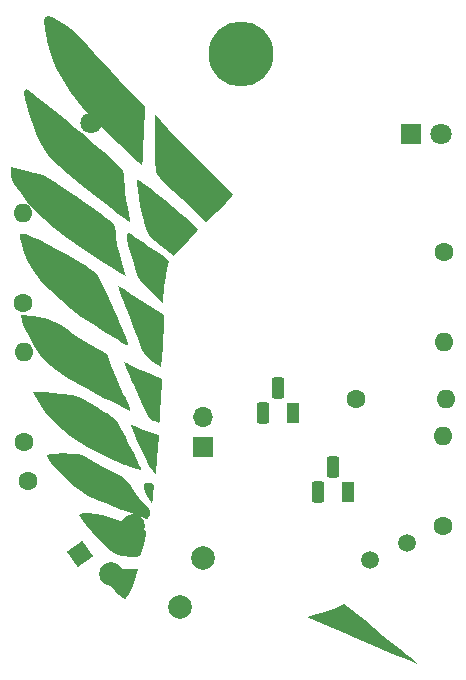
<source format=gtl>
G04 #@! TF.GenerationSoftware,KiCad,Pcbnew,8.0.5*
G04 #@! TF.CreationDate,2025-05-26T16:56:42+05:00*
G04 #@! TF.ProjectId,Wings_Of_Freedom,57696e67-735f-44f6-965f-46726565646f,rev?*
G04 #@! TF.SameCoordinates,Original*
G04 #@! TF.FileFunction,Copper,L1,Top*
G04 #@! TF.FilePolarity,Positive*
%FSLAX46Y46*%
G04 Gerber Fmt 4.6, Leading zero omitted, Abs format (unit mm)*
G04 Created by KiCad (PCBNEW 8.0.5) date 2025-05-26 16:56:42*
%MOMM*%
%LPD*%
G01*
G04 APERTURE LIST*
G04 Aperture macros list*
%AMRoundRect*
0 Rectangle with rounded corners*
0 $1 Rounding radius*
0 $2 $3 $4 $5 $6 $7 $8 $9 X,Y pos of 4 corners*
0 Add a 4 corners polygon primitive as box body*
4,1,4,$2,$3,$4,$5,$6,$7,$8,$9,$2,$3,0*
0 Add four circle primitives for the rounded corners*
1,1,$1+$1,$2,$3*
1,1,$1+$1,$4,$5*
1,1,$1+$1,$6,$7*
1,1,$1+$1,$8,$9*
0 Add four rect primitives between the rounded corners*
20,1,$1+$1,$2,$3,$4,$5,0*
20,1,$1+$1,$4,$5,$6,$7,0*
20,1,$1+$1,$6,$7,$8,$9,0*
20,1,$1+$1,$8,$9,$2,$3,0*%
%AMHorizOval*
0 Thick line with rounded ends*
0 $1 width*
0 $2 $3 position (X,Y) of the first rounded end (center of the circle)*
0 $4 $5 position (X,Y) of the second rounded end (center of the circle)*
0 Add line between two ends*
20,1,$1,$2,$3,$4,$5,0*
0 Add two circle primitives to create the rounded ends*
1,1,$1,$2,$3*
1,1,$1,$4,$5*%
%AMRotRect*
0 Rectangle, with rotation*
0 The origin of the aperture is its center*
0 $1 length*
0 $2 width*
0 $3 Rotation angle, in degrees counterclockwise*
0 Add horizontal line*
21,1,$1,$2,0,0,$3*%
G04 Aperture macros list end*
G04 #@! TA.AperFunction,EtchedComponent*
%ADD10C,0.000000*%
G04 #@! TD*
G04 #@! TA.AperFunction,ComponentPad*
%ADD11C,1.600000*%
G04 #@! TD*
G04 #@! TA.AperFunction,ComponentPad*
%ADD12O,1.600000X1.600000*%
G04 #@! TD*
G04 #@! TA.AperFunction,ComponentPad*
%ADD13R,1.700000X1.700000*%
G04 #@! TD*
G04 #@! TA.AperFunction,ComponentPad*
%ADD14O,1.700000X1.700000*%
G04 #@! TD*
G04 #@! TA.AperFunction,ComponentPad*
%ADD15R,1.100000X1.800000*%
G04 #@! TD*
G04 #@! TA.AperFunction,ComponentPad*
%ADD16RoundRect,0.275000X0.275000X0.625000X-0.275000X0.625000X-0.275000X-0.625000X0.275000X-0.625000X0*%
G04 #@! TD*
G04 #@! TA.AperFunction,ComponentPad*
%ADD17RotRect,1.600000X1.600000X125.000000*%
G04 #@! TD*
G04 #@! TA.AperFunction,ComponentPad*
%ADD18HorizOval,1.600000X0.000000X0.000000X0.000000X0.000000X0*%
G04 #@! TD*
G04 #@! TA.AperFunction,ComponentPad*
%ADD19R,1.800000X1.800000*%
G04 #@! TD*
G04 #@! TA.AperFunction,ComponentPad*
%ADD20C,1.800000*%
G04 #@! TD*
G04 #@! TA.AperFunction,ComponentPad*
%ADD21RotRect,1.800000X1.800000X40.000000*%
G04 #@! TD*
G04 #@! TA.AperFunction,ComponentPad*
%ADD22C,1.500000*%
G04 #@! TD*
G04 #@! TA.AperFunction,ComponentPad*
%ADD23C,2.000000*%
G04 #@! TD*
G04 #@! TA.AperFunction,ViaPad*
%ADD24C,5.500000*%
G04 #@! TD*
G04 APERTURE END LIST*
D10*
G04 #@! TA.AperFunction,EtchedComponent*
G36*
X194924855Y-93110538D02*
G01*
X195201516Y-93164948D01*
X195330618Y-93279259D01*
X195348746Y-93539763D01*
X195297892Y-93990357D01*
X195229648Y-94460686D01*
X195167376Y-94782792D01*
X195139932Y-94863203D01*
X195050391Y-94771656D01*
X194882691Y-94468346D01*
X194770359Y-94232147D01*
X194529514Y-93646124D01*
X194458557Y-93289111D01*
X194563045Y-93120764D01*
X194848537Y-93100736D01*
X194924855Y-93110538D01*
G37*
G04 #@! TD.AperFunction*
G04 #@! TA.AperFunction,EtchedComponent*
G36*
X193698366Y-101308036D02*
G01*
X193470712Y-102003349D01*
X193229263Y-102539149D01*
X193002653Y-102859266D01*
X192874054Y-102925117D01*
X192679314Y-102836367D01*
X192369752Y-102621439D01*
X192352674Y-102608088D01*
X192049329Y-102291457D01*
X191714361Y-101828963D01*
X191409719Y-101321912D01*
X191197355Y-100871614D01*
X191135519Y-100617668D01*
X191208762Y-100509362D01*
X191460594Y-100442119D01*
X191939166Y-100408528D01*
X192543605Y-100400893D01*
X193951690Y-100400893D01*
X193698366Y-101308036D01*
G37*
G04 #@! TD.AperFunction*
G04 #@! TA.AperFunction,EtchedComponent*
G36*
X193518663Y-88195798D02*
G01*
X193774624Y-88338146D01*
X194228268Y-88537019D01*
X194745373Y-88735988D01*
X195752122Y-89099277D01*
X195652516Y-90277615D01*
X195602990Y-90923411D01*
X195567326Y-91502709D01*
X195552939Y-91894346D01*
X195552910Y-91905441D01*
X195518488Y-92241846D01*
X195409969Y-92322130D01*
X195219473Y-92137208D01*
X194939121Y-91677992D01*
X194561034Y-90935397D01*
X194377201Y-90549600D01*
X193939965Y-89609354D01*
X193633722Y-88924455D01*
X193448621Y-88467896D01*
X193374813Y-88212676D01*
X193402449Y-88131789D01*
X193518663Y-88195798D01*
G37*
G04 #@! TD.AperFunction*
G04 #@! TA.AperFunction,EtchedComponent*
G36*
X192846494Y-82916141D02*
G01*
X193035732Y-82999882D01*
X193445681Y-83185356D01*
X194010323Y-83442600D01*
X194486690Y-83660522D01*
X195998084Y-84353069D01*
X195911961Y-86184745D01*
X195876722Y-86904565D01*
X195845189Y-87494562D01*
X195820898Y-87892037D01*
X195807697Y-88034263D01*
X195664796Y-88002619D01*
X195385596Y-87912757D01*
X195216728Y-87834552D01*
X195054967Y-87698988D01*
X194879145Y-87468902D01*
X194668091Y-87107132D01*
X194400638Y-86576518D01*
X194055617Y-85839897D01*
X193611859Y-84860108D01*
X193482945Y-84572663D01*
X193197626Y-83917350D01*
X192982569Y-83387213D01*
X192858255Y-83035556D01*
X192845162Y-82915684D01*
X192846494Y-82916141D01*
G37*
G04 #@! TD.AperFunction*
G04 #@! TA.AperFunction,EtchedComponent*
G36*
X193213699Y-71932684D02*
G01*
X193439483Y-72076675D01*
X193849505Y-72349827D01*
X194379115Y-72707894D01*
X194963669Y-73106625D01*
X195538517Y-73501772D01*
X196039014Y-73849086D01*
X196400511Y-74104319D01*
X196553551Y-74218698D01*
X196591012Y-74430046D01*
X196507937Y-74669590D01*
X196416403Y-74971616D01*
X196322933Y-75496591D01*
X196242585Y-76152394D01*
X196215055Y-76461372D01*
X196100726Y-77919526D01*
X195054777Y-76886006D01*
X194534357Y-76352454D01*
X194184266Y-75921882D01*
X193938118Y-75488646D01*
X193729524Y-74947103D01*
X193617229Y-74598428D01*
X193360211Y-73711259D01*
X193182112Y-72961687D01*
X193088683Y-72387715D01*
X193085679Y-72027343D01*
X193178851Y-71918575D01*
X193213699Y-71932684D01*
G37*
G04 #@! TD.AperFunction*
G04 #@! TA.AperFunction,EtchedComponent*
G36*
X213172547Y-104765175D02*
G01*
X213937742Y-105394718D01*
X214754541Y-106061565D01*
X215524434Y-106685569D01*
X216141109Y-107180377D01*
X216796878Y-107703150D01*
X217240500Y-108060015D01*
X217507394Y-108280689D01*
X217632981Y-108394888D01*
X217652681Y-108432326D01*
X217631979Y-108431136D01*
X217469487Y-108367346D01*
X217068572Y-108201921D01*
X216481245Y-107956541D01*
X215759513Y-107652887D01*
X215352289Y-107480817D01*
X214374397Y-107065200D01*
X213233073Y-106577248D01*
X212054054Y-106070874D01*
X210963076Y-105599993D01*
X210703625Y-105487543D01*
X208263657Y-104428868D01*
X209125986Y-104237507D01*
X209788689Y-104054144D01*
X210469721Y-103811215D01*
X210727205Y-103700222D01*
X211466097Y-103354297D01*
X213172547Y-104765175D01*
G37*
G04 #@! TD.AperFunction*
G04 #@! TA.AperFunction,EtchedComponent*
G36*
X196534986Y-63130771D02*
G01*
X197523270Y-64169652D01*
X198614765Y-65283655D01*
X199718044Y-66381138D01*
X200741683Y-67370461D01*
X201114090Y-67720714D01*
X201540483Y-68130368D01*
X201857840Y-68459355D01*
X202010341Y-68649105D01*
X202016216Y-68667298D01*
X201959847Y-68805298D01*
X201779228Y-69034285D01*
X201441659Y-69390133D01*
X200914440Y-69908718D01*
X200671878Y-70142194D01*
X199733656Y-71041879D01*
X197682724Y-69121100D01*
X196951842Y-68419366D01*
X196338516Y-67796406D01*
X195875958Y-67288042D01*
X195597381Y-66930095D01*
X195532135Y-66801538D01*
X195494645Y-66502320D01*
X195460796Y-65957583D01*
X195433719Y-65237338D01*
X195416545Y-64411595D01*
X195413812Y-64156237D01*
X195395146Y-61909717D01*
X196534986Y-63130771D01*
G37*
G04 #@! TD.AperFunction*
G04 #@! TA.AperFunction,EtchedComponent*
G36*
X192457381Y-76504995D02*
G01*
X192765760Y-76680099D01*
X193151534Y-76921237D01*
X193523480Y-77171923D01*
X193738625Y-77332332D01*
X193939165Y-77469581D01*
X194335268Y-77723887D01*
X194853080Y-78048076D01*
X195038827Y-78162815D01*
X196181265Y-78866110D01*
X196165493Y-80207104D01*
X196145060Y-80968603D01*
X196105722Y-81738367D01*
X196055482Y-82364448D01*
X196048521Y-82427768D01*
X195947320Y-83307439D01*
X195288787Y-82910036D01*
X194659089Y-82373945D01*
X194360504Y-81872601D01*
X194144675Y-81345763D01*
X193877986Y-80672610D01*
X193581031Y-79907784D01*
X193274405Y-79105927D01*
X192978703Y-78321683D01*
X192714520Y-77609693D01*
X192502452Y-77024600D01*
X192363092Y-76621047D01*
X192317036Y-76453675D01*
X192317615Y-76452412D01*
X192457381Y-76504995D01*
G37*
G04 #@! TD.AperFunction*
G04 #@! TA.AperFunction,EtchedComponent*
G36*
X189808331Y-95667356D02*
G01*
X190400328Y-95740468D01*
X191058908Y-95871650D01*
X191724887Y-96053683D01*
X192318749Y-96270634D01*
X192968062Y-96535183D01*
X193605801Y-96775473D01*
X194090560Y-96938420D01*
X194396718Y-97025339D01*
X194585686Y-97109643D01*
X194667632Y-97253541D01*
X194652726Y-97519243D01*
X194551136Y-97968958D01*
X194373034Y-98664895D01*
X194372883Y-98665489D01*
X194247390Y-99098445D01*
X194092840Y-99311048D01*
X193806982Y-99389866D01*
X193492445Y-99410862D01*
X192607856Y-99303563D01*
X192100424Y-99107324D01*
X191734686Y-98855809D01*
X191238316Y-98418823D01*
X190672856Y-97861149D01*
X190099850Y-97247568D01*
X189580840Y-96642862D01*
X189177370Y-96111813D01*
X189023654Y-95868643D01*
X189060812Y-95724224D01*
X189342098Y-95659535D01*
X189808331Y-95667356D01*
G37*
G04 #@! TD.AperFunction*
G04 #@! TA.AperFunction,EtchedComponent*
G36*
X194129789Y-67522998D02*
G01*
X194497946Y-67783326D01*
X195010950Y-68173202D01*
X195624979Y-68656626D01*
X196296210Y-69197596D01*
X196980822Y-69760109D01*
X197634991Y-70308164D01*
X198214894Y-70805760D01*
X198676711Y-71216894D01*
X198976617Y-71505564D01*
X199071113Y-71635163D01*
X198957030Y-71772910D01*
X198676961Y-72086745D01*
X198280081Y-72521965D01*
X198037014Y-72785491D01*
X197034402Y-73868405D01*
X195925280Y-73029215D01*
X195391603Y-72617151D01*
X195045827Y-72301677D01*
X194823261Y-71990291D01*
X194659212Y-71590492D01*
X194488991Y-71009779D01*
X194473218Y-70952913D01*
X194326046Y-70355587D01*
X194187195Y-69676543D01*
X194066770Y-68983904D01*
X193974880Y-68345793D01*
X193921629Y-67830331D01*
X193917124Y-67505640D01*
X193950302Y-67428222D01*
X194129789Y-67522998D01*
G37*
G04 #@! TD.AperFunction*
G04 #@! TA.AperFunction,EtchedComponent*
G36*
X185166872Y-79004773D02*
G01*
X186370626Y-79253993D01*
X187476830Y-79748887D01*
X188231633Y-80297010D01*
X188525376Y-80513127D01*
X189016844Y-80826918D01*
X189625148Y-81187960D01*
X190000141Y-81399431D01*
X191404236Y-82175299D01*
X191828331Y-83360456D01*
X192118699Y-84112834D01*
X192479350Y-84965473D01*
X192834305Y-85739053D01*
X192848514Y-85768284D01*
X193104822Y-86315548D01*
X193281879Y-86736265D01*
X193353659Y-86966467D01*
X193345968Y-86990955D01*
X193176806Y-86924291D01*
X192778544Y-86741003D01*
X192204012Y-86466143D01*
X191506040Y-86124766D01*
X191205402Y-85975838D01*
X189559408Y-85116058D01*
X188170164Y-84302377D01*
X187050365Y-83543289D01*
X186212706Y-82847288D01*
X185734843Y-82315498D01*
X185225925Y-81550583D01*
X184752947Y-80712387D01*
X184375601Y-79913758D01*
X184183923Y-79383481D01*
X184045418Y-78900545D01*
X185166872Y-79004773D01*
G37*
G04 #@! TD.AperFunction*
G04 #@! TA.AperFunction,EtchedComponent*
G36*
X186172414Y-85433217D02*
G01*
X186809110Y-85485956D01*
X187514617Y-85561088D01*
X187668850Y-85579820D01*
X188420692Y-85694370D01*
X188987386Y-85846196D01*
X189499241Y-86079308D01*
X189952289Y-86351009D01*
X190542389Y-86722017D01*
X191130174Y-87082008D01*
X191529929Y-87318932D01*
X191799521Y-87497733D01*
X192039446Y-87727584D01*
X192285002Y-88060127D01*
X192571486Y-88547005D01*
X192934197Y-89239858D01*
X193186451Y-89742464D01*
X193613031Y-90598980D01*
X193917570Y-91212510D01*
X194117539Y-91623081D01*
X194230405Y-91870716D01*
X194273640Y-91995441D01*
X194264711Y-92037281D01*
X194221088Y-92036261D01*
X194185623Y-92031732D01*
X193985462Y-91976416D01*
X193569368Y-91836136D01*
X193016410Y-91637865D01*
X192838754Y-91572260D01*
X191191128Y-90869964D01*
X189656059Y-90039991D01*
X188275187Y-89113015D01*
X187090148Y-88119710D01*
X186142582Y-87090749D01*
X185550843Y-86203455D01*
X185120795Y-85413315D01*
X185726395Y-85413315D01*
X186172414Y-85433217D01*
G37*
G04 #@! TD.AperFunction*
G04 #@! TA.AperFunction,EtchedComponent*
G36*
X186731163Y-53681458D02*
G01*
X187326849Y-54003453D01*
X187684083Y-54224520D01*
X188570066Y-54895397D01*
X189480165Y-55785984D01*
X189799575Y-56148098D01*
X190299389Y-56719152D01*
X190950461Y-57436763D01*
X191681558Y-58223758D01*
X192421449Y-59002960D01*
X192711891Y-59303377D01*
X194553553Y-61196545D01*
X194484200Y-63681328D01*
X194454542Y-64525887D01*
X194417619Y-65246581D01*
X194377086Y-65790374D01*
X194336597Y-66104230D01*
X194313382Y-66160109D01*
X194129712Y-66054219D01*
X194032522Y-65962904D01*
X193863462Y-65796688D01*
X193504954Y-65453358D01*
X192997729Y-64971612D01*
X192382518Y-64390150D01*
X191789943Y-63832156D01*
X190404093Y-62482927D01*
X189261250Y-61259667D01*
X188335386Y-60123483D01*
X187600476Y-59035482D01*
X187030492Y-57956770D01*
X186599409Y-56848456D01*
X186281200Y-55671646D01*
X186258206Y-55565723D01*
X186084484Y-54661126D01*
X186025194Y-54038954D01*
X186100060Y-53680655D01*
X186328808Y-53567674D01*
X186731163Y-53681458D01*
G37*
G04 #@! TD.AperFunction*
G04 #@! TA.AperFunction,EtchedComponent*
G36*
X188417291Y-90632180D02*
G01*
X188921024Y-90679187D01*
X189272078Y-90774119D01*
X189551538Y-90930547D01*
X189555710Y-90933510D01*
X189882790Y-91133966D01*
X190412324Y-91423547D01*
X191060962Y-91757685D01*
X191522941Y-91985388D01*
X192225608Y-92335660D01*
X192701827Y-92608758D01*
X193015025Y-92852120D01*
X193228632Y-93113183D01*
X193370792Y-93367367D01*
X193663594Y-93840405D01*
X194081423Y-94384700D01*
X194402197Y-94743263D01*
X194805706Y-95193750D01*
X194998389Y-95513856D01*
X195017145Y-95768624D01*
X195006312Y-95808170D01*
X194849119Y-96070214D01*
X194714018Y-96135640D01*
X194504216Y-96079324D01*
X194061362Y-95929112D01*
X193446074Y-95706499D01*
X192718972Y-95432982D01*
X192555395Y-95370181D01*
X191410217Y-94920150D01*
X190505920Y-94537409D01*
X189784629Y-94187751D01*
X189188468Y-93836971D01*
X188659559Y-93450861D01*
X188140027Y-92995217D01*
X187571996Y-92435831D01*
X187546389Y-92409734D01*
X187035065Y-91869434D01*
X186618170Y-91393315D01*
X186340068Y-91034518D01*
X186244836Y-90850774D01*
X186303866Y-90737971D01*
X186515983Y-90667484D01*
X186933724Y-90630843D01*
X187609627Y-90619584D01*
X187679798Y-90619526D01*
X188417291Y-90632180D01*
G37*
G04 #@! TD.AperFunction*
G04 #@! TA.AperFunction,EtchedComponent*
G36*
X184495703Y-72077806D02*
G01*
X184996323Y-72281863D01*
X185656546Y-72586705D01*
X186419750Y-72963488D01*
X187229313Y-73383367D01*
X188028615Y-73817500D01*
X188761034Y-74237043D01*
X189369948Y-74613151D01*
X189487798Y-74691304D01*
X189968035Y-75021608D01*
X190312019Y-75295286D01*
X190573185Y-75582637D01*
X190804969Y-75953961D01*
X191060804Y-76479558D01*
X191362326Y-77157467D01*
X191691016Y-77902457D01*
X192002979Y-78606182D01*
X192259311Y-79181067D01*
X192401731Y-79497166D01*
X192637291Y-80028383D01*
X192866576Y-80568515D01*
X193055149Y-81033636D01*
X193168572Y-81339820D01*
X193186451Y-81409601D01*
X193141470Y-81456710D01*
X192982582Y-81410712D01*
X192673866Y-81252856D01*
X192179399Y-80964387D01*
X191463263Y-80526556D01*
X191293283Y-80421281D01*
X190147324Y-79691909D01*
X189193771Y-79035851D01*
X188343232Y-78384477D01*
X187506316Y-77669154D01*
X186593633Y-76821253D01*
X186550390Y-76779877D01*
X185702714Y-75908216D01*
X185076143Y-75105444D01*
X184617043Y-74285290D01*
X184271779Y-73361480D01*
X184144862Y-72910520D01*
X184019659Y-72406733D01*
X183983365Y-72135443D01*
X184041234Y-72024913D01*
X184198521Y-72003404D01*
X184211307Y-72003377D01*
X184495703Y-72077806D01*
G37*
G04 #@! TD.AperFunction*
G04 #@! TA.AperFunction,EtchedComponent*
G36*
X184627964Y-66708302D02*
G01*
X185226938Y-66863691D01*
X185704113Y-67004598D01*
X186118606Y-67161878D01*
X186529534Y-67366385D01*
X186996014Y-67648975D01*
X187577163Y-68040501D01*
X188332098Y-68571819D01*
X188701860Y-68834586D01*
X189445174Y-69362111D01*
X190161202Y-69868438D01*
X190780024Y-70304243D01*
X191231717Y-70620207D01*
X191319841Y-70681258D01*
X191695579Y-70953381D01*
X191916899Y-71187910D01*
X192035672Y-71485684D01*
X192103771Y-71947543D01*
X192134400Y-72264772D01*
X192244885Y-73004181D01*
X192431222Y-73839076D01*
X192622860Y-74494035D01*
X192802753Y-75032954D01*
X192929626Y-75432498D01*
X192980843Y-75620836D01*
X192979847Y-75626828D01*
X192843780Y-75544811D01*
X192487741Y-75321738D01*
X191957576Y-74986555D01*
X191299127Y-74568208D01*
X190869339Y-74294288D01*
X189307474Y-73276160D01*
X187996736Y-72370770D01*
X186905245Y-71551335D01*
X186001125Y-70791071D01*
X185252496Y-70063194D01*
X184627481Y-69340922D01*
X184100706Y-68607425D01*
X183780933Y-68135524D01*
X183519804Y-67780660D01*
X183370601Y-67614967D01*
X183365643Y-67612280D01*
X183289449Y-67436227D01*
X183249201Y-67065940D01*
X183247320Y-66958348D01*
X183247320Y-66357004D01*
X184627964Y-66708302D01*
G37*
G04 #@! TD.AperFunction*
G04 #@! TA.AperFunction,EtchedComponent*
G36*
X184666816Y-59848543D02*
G01*
X185029774Y-60098437D01*
X185561112Y-60499523D01*
X186226630Y-61023117D01*
X186992130Y-61640538D01*
X187823413Y-62323103D01*
X188686282Y-63042131D01*
X189546539Y-63768939D01*
X190369984Y-64474846D01*
X191122420Y-65131168D01*
X191769649Y-65709224D01*
X192277471Y-66180331D01*
X192611689Y-66515808D01*
X192736874Y-66681406D01*
X192800052Y-67044563D01*
X192844609Y-67568889D01*
X192855197Y-67851759D01*
X192898270Y-68441803D01*
X192995019Y-69170344D01*
X193110346Y-69807884D01*
X193219643Y-70364443D01*
X193287660Y-70785420D01*
X193301669Y-70990363D01*
X193298517Y-70997315D01*
X193162580Y-70925264D01*
X192826375Y-70691911D01*
X192337241Y-70331523D01*
X191742520Y-69878367D01*
X191599777Y-69767732D01*
X190263273Y-68718235D01*
X189088176Y-67774175D01*
X188092895Y-66951095D01*
X187295838Y-66264536D01*
X186715414Y-65730043D01*
X186370033Y-65363157D01*
X186345699Y-65331724D01*
X186002570Y-64830102D01*
X185697482Y-64274853D01*
X185397131Y-63594192D01*
X185068211Y-62716337D01*
X184879086Y-62170613D01*
X184582044Y-61244104D01*
X184411689Y-60571004D01*
X184362840Y-60118068D01*
X184430320Y-59852052D01*
X184506434Y-59778522D01*
X184666816Y-59848543D01*
G37*
G04 #@! TD.AperFunction*
D11*
X219900000Y-73590000D03*
D12*
X219900000Y-81210000D03*
D13*
X199500000Y-90075000D03*
D14*
X199500000Y-87534999D03*
D15*
X207087500Y-87176400D03*
D16*
X205817500Y-85106400D03*
X204547500Y-87176400D03*
D11*
X184249999Y-77910001D03*
D12*
X184249998Y-70290000D03*
D17*
X189085300Y-99171000D03*
D18*
X184714645Y-92929060D03*
D19*
X217075000Y-63600000D03*
D20*
X219615001Y-63600000D03*
D15*
X211740000Y-93850000D03*
D16*
X210470000Y-91780000D03*
X209199999Y-93850000D03*
D11*
X212419900Y-85979701D03*
D12*
X220039901Y-85979702D03*
D21*
X188073293Y-64319555D03*
D20*
X190019048Y-62686873D03*
D22*
X216740700Y-98231500D03*
X213659254Y-99668403D03*
D11*
X184320000Y-89640000D03*
D12*
X184319998Y-82019999D03*
D23*
X199459200Y-99512800D03*
X193568199Y-96765781D03*
X197557417Y-103591185D03*
X191666418Y-100844167D03*
D11*
X219820000Y-96760000D03*
D12*
X219819999Y-89139999D03*
D24*
X202750000Y-56800000D03*
M02*

</source>
